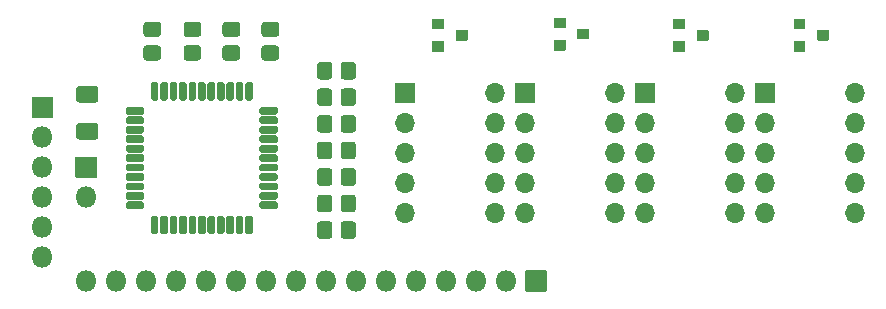
<source format=gbr>
%TF.GenerationSoftware,KiCad,Pcbnew,5.1.9-73d0e3b20d~88~ubuntu20.04.1*%
%TF.CreationDate,2021-03-07T16:47:50-05:00*%
%TF.ProjectId,hexdisplay16,68657864-6973-4706-9c61-7931362e6b69,rev?*%
%TF.SameCoordinates,Original*%
%TF.FileFunction,Soldermask,Top*%
%TF.FilePolarity,Negative*%
%FSLAX46Y46*%
G04 Gerber Fmt 4.6, Leading zero omitted, Abs format (unit mm)*
G04 Created by KiCad (PCBNEW 5.1.9-73d0e3b20d~88~ubuntu20.04.1) date 2021-03-07 16:47:50*
%MOMM*%
%LPD*%
G01*
G04 APERTURE LIST*
%ADD10O,1.701600X1.701600*%
%ADD11O,1.801600X1.801600*%
G04 APERTURE END LIST*
D10*
%TO.C,J2*%
X136840000Y-124100000D03*
X129220000Y-134260000D03*
X136840000Y-126640000D03*
X129220000Y-131720000D03*
X136840000Y-129180000D03*
X129220000Y-129180000D03*
X136840000Y-131720000D03*
X129220000Y-126640000D03*
X136840000Y-134260000D03*
G36*
G01*
X128369200Y-124900000D02*
X128369200Y-123300000D01*
G75*
G02*
X128420000Y-123249200I50800J0D01*
G01*
X130020000Y-123249200D01*
G75*
G02*
X130070800Y-123300000I0J-50800D01*
G01*
X130070800Y-124900000D01*
G75*
G02*
X130020000Y-124950800I-50800J0D01*
G01*
X128420000Y-124950800D01*
G75*
G02*
X128369200Y-124900000I0J50800D01*
G01*
G37*
%TD*%
%TO.C,J6*%
G36*
G01*
X119150000Y-139099200D02*
X120850000Y-139099200D01*
G75*
G02*
X120900800Y-139150000I0J-50800D01*
G01*
X120900800Y-140850000D01*
G75*
G02*
X120850000Y-140900800I-50800J0D01*
G01*
X119150000Y-140900800D01*
G75*
G02*
X119099200Y-140850000I0J50800D01*
G01*
X119099200Y-139150000D01*
G75*
G02*
X119150000Y-139099200I50800J0D01*
G01*
G37*
D11*
X117460000Y-140000000D03*
X114920000Y-140000000D03*
X112380000Y-140000000D03*
X109840000Y-140000000D03*
X107300000Y-140000000D03*
X104760000Y-140000000D03*
X102220000Y-140000000D03*
X99680000Y-140000000D03*
X97140000Y-140000000D03*
X94600000Y-140000000D03*
X92060000Y-140000000D03*
X89520000Y-140000000D03*
X86980000Y-140000000D03*
X84440000Y-140000000D03*
X81900000Y-140000000D03*
%TD*%
%TO.C,C1*%
G36*
G01*
X82681632Y-128038300D02*
X81318368Y-128038300D01*
G75*
G02*
X81049200Y-127769132I0J269168D01*
G01*
X81049200Y-126880868D01*
G75*
G02*
X81318368Y-126611700I269168J0D01*
G01*
X82681632Y-126611700D01*
G75*
G02*
X82950800Y-126880868I0J-269168D01*
G01*
X82950800Y-127769132D01*
G75*
G02*
X82681632Y-128038300I-269168J0D01*
G01*
G37*
G36*
G01*
X82681632Y-124913300D02*
X81318368Y-124913300D01*
G75*
G02*
X81049200Y-124644132I0J269168D01*
G01*
X81049200Y-123755868D01*
G75*
G02*
X81318368Y-123486700I269168J0D01*
G01*
X82681632Y-123486700D01*
G75*
G02*
X82950800Y-123755868I0J-269168D01*
G01*
X82950800Y-124644132D01*
G75*
G02*
X82681632Y-124913300I-269168J0D01*
G01*
G37*
%TD*%
%TO.C,J1*%
G36*
G01*
X138529200Y-124900000D02*
X138529200Y-123300000D01*
G75*
G02*
X138580000Y-123249200I50800J0D01*
G01*
X140180000Y-123249200D01*
G75*
G02*
X140230800Y-123300000I0J-50800D01*
G01*
X140230800Y-124900000D01*
G75*
G02*
X140180000Y-124950800I-50800J0D01*
G01*
X138580000Y-124950800D01*
G75*
G02*
X138529200Y-124900000I0J50800D01*
G01*
G37*
D10*
X147000000Y-134260000D03*
X139380000Y-126640000D03*
X147000000Y-131720000D03*
X139380000Y-129180000D03*
X147000000Y-129180000D03*
X139380000Y-131720000D03*
X147000000Y-126640000D03*
X139380000Y-134260000D03*
X147000000Y-124100000D03*
%TD*%
%TO.C,J3*%
G36*
G01*
X118209200Y-124900000D02*
X118209200Y-123300000D01*
G75*
G02*
X118260000Y-123249200I50800J0D01*
G01*
X119860000Y-123249200D01*
G75*
G02*
X119910800Y-123300000I0J-50800D01*
G01*
X119910800Y-124900000D01*
G75*
G02*
X119860000Y-124950800I-50800J0D01*
G01*
X118260000Y-124950800D01*
G75*
G02*
X118209200Y-124900000I0J50800D01*
G01*
G37*
X126680000Y-134260000D03*
X119060000Y-126640000D03*
X126680000Y-131720000D03*
X119060000Y-129180000D03*
X126680000Y-129180000D03*
X119060000Y-131720000D03*
X126680000Y-126640000D03*
X119060000Y-134260000D03*
X126680000Y-124100000D03*
%TD*%
%TO.C,J4*%
X116520000Y-124100000D03*
X108900000Y-134260000D03*
X116520000Y-126640000D03*
X108900000Y-131720000D03*
X116520000Y-129180000D03*
X108900000Y-129180000D03*
X116520000Y-131720000D03*
X108900000Y-126640000D03*
X116520000Y-134260000D03*
G36*
G01*
X108049200Y-124900000D02*
X108049200Y-123300000D01*
G75*
G02*
X108100000Y-123249200I50800J0D01*
G01*
X109700000Y-123249200D01*
G75*
G02*
X109750800Y-123300000I0J-50800D01*
G01*
X109750800Y-124900000D01*
G75*
G02*
X109700000Y-124950800I-50800J0D01*
G01*
X108100000Y-124950800D01*
G75*
G02*
X108049200Y-124900000I0J50800D01*
G01*
G37*
%TD*%
%TO.C,J5*%
G36*
G01*
X80999200Y-131230000D02*
X80999200Y-129530000D01*
G75*
G02*
X81050000Y-129479200I50800J0D01*
G01*
X82750000Y-129479200D01*
G75*
G02*
X82800800Y-129530000I0J-50800D01*
G01*
X82800800Y-131230000D01*
G75*
G02*
X82750000Y-131280800I-50800J0D01*
G01*
X81050000Y-131280800D01*
G75*
G02*
X80999200Y-131230000I0J50800D01*
G01*
G37*
D11*
X81900000Y-132920000D03*
%TD*%
%TO.C,J7*%
G36*
G01*
X77299200Y-126150000D02*
X77299200Y-124450000D01*
G75*
G02*
X77350000Y-124399200I50800J0D01*
G01*
X79050000Y-124399200D01*
G75*
G02*
X79100800Y-124450000I0J-50800D01*
G01*
X79100800Y-126150000D01*
G75*
G02*
X79050000Y-126200800I-50800J0D01*
G01*
X77350000Y-126200800D01*
G75*
G02*
X77299200Y-126150000I0J50800D01*
G01*
G37*
X78200000Y-127840000D03*
X78200000Y-130380000D03*
X78200000Y-132920000D03*
X78200000Y-135460000D03*
X78200000Y-138000000D03*
%TD*%
%TO.C,Q1*%
G36*
G01*
X113199200Y-119600000D02*
X113199200Y-118800000D01*
G75*
G02*
X113250000Y-118749200I50800J0D01*
G01*
X114150000Y-118749200D01*
G75*
G02*
X114200800Y-118800000I0J-50800D01*
G01*
X114200800Y-119600000D01*
G75*
G02*
X114150000Y-119650800I-50800J0D01*
G01*
X113250000Y-119650800D01*
G75*
G02*
X113199200Y-119600000I0J50800D01*
G01*
G37*
G36*
G01*
X111199200Y-120550000D02*
X111199200Y-119750000D01*
G75*
G02*
X111250000Y-119699200I50800J0D01*
G01*
X112150000Y-119699200D01*
G75*
G02*
X112200800Y-119750000I0J-50800D01*
G01*
X112200800Y-120550000D01*
G75*
G02*
X112150000Y-120600800I-50800J0D01*
G01*
X111250000Y-120600800D01*
G75*
G02*
X111199200Y-120550000I0J50800D01*
G01*
G37*
G36*
G01*
X111199200Y-118650000D02*
X111199200Y-117850000D01*
G75*
G02*
X111250000Y-117799200I50800J0D01*
G01*
X112150000Y-117799200D01*
G75*
G02*
X112200800Y-117850000I0J-50800D01*
G01*
X112200800Y-118650000D01*
G75*
G02*
X112150000Y-118700800I-50800J0D01*
G01*
X111250000Y-118700800D01*
G75*
G02*
X111199200Y-118650000I0J50800D01*
G01*
G37*
%TD*%
%TO.C,Q2*%
G36*
G01*
X121499200Y-118550000D02*
X121499200Y-117750000D01*
G75*
G02*
X121550000Y-117699200I50800J0D01*
G01*
X122450000Y-117699200D01*
G75*
G02*
X122500800Y-117750000I0J-50800D01*
G01*
X122500800Y-118550000D01*
G75*
G02*
X122450000Y-118600800I-50800J0D01*
G01*
X121550000Y-118600800D01*
G75*
G02*
X121499200Y-118550000I0J50800D01*
G01*
G37*
G36*
G01*
X121499200Y-120450000D02*
X121499200Y-119650000D01*
G75*
G02*
X121550000Y-119599200I50800J0D01*
G01*
X122450000Y-119599200D01*
G75*
G02*
X122500800Y-119650000I0J-50800D01*
G01*
X122500800Y-120450000D01*
G75*
G02*
X122450000Y-120500800I-50800J0D01*
G01*
X121550000Y-120500800D01*
G75*
G02*
X121499200Y-120450000I0J50800D01*
G01*
G37*
G36*
G01*
X123499200Y-119500000D02*
X123499200Y-118700000D01*
G75*
G02*
X123550000Y-118649200I50800J0D01*
G01*
X124450000Y-118649200D01*
G75*
G02*
X124500800Y-118700000I0J-50800D01*
G01*
X124500800Y-119500000D01*
G75*
G02*
X124450000Y-119550800I-50800J0D01*
G01*
X123550000Y-119550800D01*
G75*
G02*
X123499200Y-119500000I0J50800D01*
G01*
G37*
%TD*%
%TO.C,Q3*%
G36*
G01*
X131599200Y-118650000D02*
X131599200Y-117850000D01*
G75*
G02*
X131650000Y-117799200I50800J0D01*
G01*
X132550000Y-117799200D01*
G75*
G02*
X132600800Y-117850000I0J-50800D01*
G01*
X132600800Y-118650000D01*
G75*
G02*
X132550000Y-118700800I-50800J0D01*
G01*
X131650000Y-118700800D01*
G75*
G02*
X131599200Y-118650000I0J50800D01*
G01*
G37*
G36*
G01*
X131599200Y-120550000D02*
X131599200Y-119750000D01*
G75*
G02*
X131650000Y-119699200I50800J0D01*
G01*
X132550000Y-119699200D01*
G75*
G02*
X132600800Y-119750000I0J-50800D01*
G01*
X132600800Y-120550000D01*
G75*
G02*
X132550000Y-120600800I-50800J0D01*
G01*
X131650000Y-120600800D01*
G75*
G02*
X131599200Y-120550000I0J50800D01*
G01*
G37*
G36*
G01*
X133599200Y-119600000D02*
X133599200Y-118800000D01*
G75*
G02*
X133650000Y-118749200I50800J0D01*
G01*
X134550000Y-118749200D01*
G75*
G02*
X134600800Y-118800000I0J-50800D01*
G01*
X134600800Y-119600000D01*
G75*
G02*
X134550000Y-119650800I-50800J0D01*
G01*
X133650000Y-119650800D01*
G75*
G02*
X133599200Y-119600000I0J50800D01*
G01*
G37*
%TD*%
%TO.C,Q4*%
G36*
G01*
X143799200Y-119600000D02*
X143799200Y-118800000D01*
G75*
G02*
X143850000Y-118749200I50800J0D01*
G01*
X144750000Y-118749200D01*
G75*
G02*
X144800800Y-118800000I0J-50800D01*
G01*
X144800800Y-119600000D01*
G75*
G02*
X144750000Y-119650800I-50800J0D01*
G01*
X143850000Y-119650800D01*
G75*
G02*
X143799200Y-119600000I0J50800D01*
G01*
G37*
G36*
G01*
X141799200Y-120550000D02*
X141799200Y-119750000D01*
G75*
G02*
X141850000Y-119699200I50800J0D01*
G01*
X142750000Y-119699200D01*
G75*
G02*
X142800800Y-119750000I0J-50800D01*
G01*
X142800800Y-120550000D01*
G75*
G02*
X142750000Y-120600800I-50800J0D01*
G01*
X141850000Y-120600800D01*
G75*
G02*
X141799200Y-120550000I0J50800D01*
G01*
G37*
G36*
G01*
X141799200Y-118650000D02*
X141799200Y-117850000D01*
G75*
G02*
X141850000Y-117799200I50800J0D01*
G01*
X142750000Y-117799200D01*
G75*
G02*
X142800800Y-117850000I0J-50800D01*
G01*
X142800800Y-118650000D01*
G75*
G02*
X142750000Y-118700800I-50800J0D01*
G01*
X141850000Y-118700800D01*
G75*
G02*
X141799200Y-118650000I0J50800D01*
G01*
G37*
%TD*%
%TO.C,R1*%
G36*
G01*
X101449200Y-122679635D02*
X101449200Y-121720365D01*
G75*
G02*
X101720365Y-121449200I271165J0D01*
G01*
X102479635Y-121449200D01*
G75*
G02*
X102750800Y-121720365I0J-271165D01*
G01*
X102750800Y-122679635D01*
G75*
G02*
X102479635Y-122950800I-271165J0D01*
G01*
X101720365Y-122950800D01*
G75*
G02*
X101449200Y-122679635I0J271165D01*
G01*
G37*
G36*
G01*
X103449200Y-122679635D02*
X103449200Y-121720365D01*
G75*
G02*
X103720365Y-121449200I271165J0D01*
G01*
X104479635Y-121449200D01*
G75*
G02*
X104750800Y-121720365I0J-271165D01*
G01*
X104750800Y-122679635D01*
G75*
G02*
X104479635Y-122950800I-271165J0D01*
G01*
X103720365Y-122950800D01*
G75*
G02*
X103449200Y-122679635I0J271165D01*
G01*
G37*
%TD*%
%TO.C,R2*%
G36*
G01*
X103449200Y-124929635D02*
X103449200Y-123970365D01*
G75*
G02*
X103720365Y-123699200I271165J0D01*
G01*
X104479635Y-123699200D01*
G75*
G02*
X104750800Y-123970365I0J-271165D01*
G01*
X104750800Y-124929635D01*
G75*
G02*
X104479635Y-125200800I-271165J0D01*
G01*
X103720365Y-125200800D01*
G75*
G02*
X103449200Y-124929635I0J271165D01*
G01*
G37*
G36*
G01*
X101449200Y-124929635D02*
X101449200Y-123970365D01*
G75*
G02*
X101720365Y-123699200I271165J0D01*
G01*
X102479635Y-123699200D01*
G75*
G02*
X102750800Y-123970365I0J-271165D01*
G01*
X102750800Y-124929635D01*
G75*
G02*
X102479635Y-125200800I-271165J0D01*
G01*
X101720365Y-125200800D01*
G75*
G02*
X101449200Y-124929635I0J271165D01*
G01*
G37*
%TD*%
%TO.C,R3*%
G36*
G01*
X101449200Y-127179635D02*
X101449200Y-126220365D01*
G75*
G02*
X101720365Y-125949200I271165J0D01*
G01*
X102479635Y-125949200D01*
G75*
G02*
X102750800Y-126220365I0J-271165D01*
G01*
X102750800Y-127179635D01*
G75*
G02*
X102479635Y-127450800I-271165J0D01*
G01*
X101720365Y-127450800D01*
G75*
G02*
X101449200Y-127179635I0J271165D01*
G01*
G37*
G36*
G01*
X103449200Y-127179635D02*
X103449200Y-126220365D01*
G75*
G02*
X103720365Y-125949200I271165J0D01*
G01*
X104479635Y-125949200D01*
G75*
G02*
X104750800Y-126220365I0J-271165D01*
G01*
X104750800Y-127179635D01*
G75*
G02*
X104479635Y-127450800I-271165J0D01*
G01*
X103720365Y-127450800D01*
G75*
G02*
X103449200Y-127179635I0J271165D01*
G01*
G37*
%TD*%
%TO.C,R4*%
G36*
G01*
X103449200Y-129429635D02*
X103449200Y-128470365D01*
G75*
G02*
X103720365Y-128199200I271165J0D01*
G01*
X104479635Y-128199200D01*
G75*
G02*
X104750800Y-128470365I0J-271165D01*
G01*
X104750800Y-129429635D01*
G75*
G02*
X104479635Y-129700800I-271165J0D01*
G01*
X103720365Y-129700800D01*
G75*
G02*
X103449200Y-129429635I0J271165D01*
G01*
G37*
G36*
G01*
X101449200Y-129429635D02*
X101449200Y-128470365D01*
G75*
G02*
X101720365Y-128199200I271165J0D01*
G01*
X102479635Y-128199200D01*
G75*
G02*
X102750800Y-128470365I0J-271165D01*
G01*
X102750800Y-129429635D01*
G75*
G02*
X102479635Y-129700800I-271165J0D01*
G01*
X101720365Y-129700800D01*
G75*
G02*
X101449200Y-129429635I0J271165D01*
G01*
G37*
%TD*%
%TO.C,R5*%
G36*
G01*
X101449200Y-131679635D02*
X101449200Y-130720365D01*
G75*
G02*
X101720365Y-130449200I271165J0D01*
G01*
X102479635Y-130449200D01*
G75*
G02*
X102750800Y-130720365I0J-271165D01*
G01*
X102750800Y-131679635D01*
G75*
G02*
X102479635Y-131950800I-271165J0D01*
G01*
X101720365Y-131950800D01*
G75*
G02*
X101449200Y-131679635I0J271165D01*
G01*
G37*
G36*
G01*
X103449200Y-131679635D02*
X103449200Y-130720365D01*
G75*
G02*
X103720365Y-130449200I271165J0D01*
G01*
X104479635Y-130449200D01*
G75*
G02*
X104750800Y-130720365I0J-271165D01*
G01*
X104750800Y-131679635D01*
G75*
G02*
X104479635Y-131950800I-271165J0D01*
G01*
X103720365Y-131950800D01*
G75*
G02*
X103449200Y-131679635I0J271165D01*
G01*
G37*
%TD*%
%TO.C,R6*%
G36*
G01*
X103449200Y-133929635D02*
X103449200Y-132970365D01*
G75*
G02*
X103720365Y-132699200I271165J0D01*
G01*
X104479635Y-132699200D01*
G75*
G02*
X104750800Y-132970365I0J-271165D01*
G01*
X104750800Y-133929635D01*
G75*
G02*
X104479635Y-134200800I-271165J0D01*
G01*
X103720365Y-134200800D01*
G75*
G02*
X103449200Y-133929635I0J271165D01*
G01*
G37*
G36*
G01*
X101449200Y-133929635D02*
X101449200Y-132970365D01*
G75*
G02*
X101720365Y-132699200I271165J0D01*
G01*
X102479635Y-132699200D01*
G75*
G02*
X102750800Y-132970365I0J-271165D01*
G01*
X102750800Y-133929635D01*
G75*
G02*
X102479635Y-134200800I-271165J0D01*
G01*
X101720365Y-134200800D01*
G75*
G02*
X101449200Y-133929635I0J271165D01*
G01*
G37*
%TD*%
%TO.C,R7*%
G36*
G01*
X101449200Y-136179635D02*
X101449200Y-135220365D01*
G75*
G02*
X101720365Y-134949200I271165J0D01*
G01*
X102479635Y-134949200D01*
G75*
G02*
X102750800Y-135220365I0J-271165D01*
G01*
X102750800Y-136179635D01*
G75*
G02*
X102479635Y-136450800I-271165J0D01*
G01*
X101720365Y-136450800D01*
G75*
G02*
X101449200Y-136179635I0J271165D01*
G01*
G37*
G36*
G01*
X103449200Y-136179635D02*
X103449200Y-135220365D01*
G75*
G02*
X103720365Y-134949200I271165J0D01*
G01*
X104479635Y-134949200D01*
G75*
G02*
X104750800Y-135220365I0J-271165D01*
G01*
X104750800Y-136179635D01*
G75*
G02*
X104479635Y-136450800I-271165J0D01*
G01*
X103720365Y-136450800D01*
G75*
G02*
X103449200Y-136179635I0J271165D01*
G01*
G37*
%TD*%
%TO.C,R8*%
G36*
G01*
X97020365Y-118049200D02*
X97979635Y-118049200D01*
G75*
G02*
X98250800Y-118320365I0J-271165D01*
G01*
X98250800Y-119079635D01*
G75*
G02*
X97979635Y-119350800I-271165J0D01*
G01*
X97020365Y-119350800D01*
G75*
G02*
X96749200Y-119079635I0J271165D01*
G01*
X96749200Y-118320365D01*
G75*
G02*
X97020365Y-118049200I271165J0D01*
G01*
G37*
G36*
G01*
X97020365Y-120049200D02*
X97979635Y-120049200D01*
G75*
G02*
X98250800Y-120320365I0J-271165D01*
G01*
X98250800Y-121079635D01*
G75*
G02*
X97979635Y-121350800I-271165J0D01*
G01*
X97020365Y-121350800D01*
G75*
G02*
X96749200Y-121079635I0J271165D01*
G01*
X96749200Y-120320365D01*
G75*
G02*
X97020365Y-120049200I271165J0D01*
G01*
G37*
%TD*%
%TO.C,R9*%
G36*
G01*
X93720365Y-120049200D02*
X94679635Y-120049200D01*
G75*
G02*
X94950800Y-120320365I0J-271165D01*
G01*
X94950800Y-121079635D01*
G75*
G02*
X94679635Y-121350800I-271165J0D01*
G01*
X93720365Y-121350800D01*
G75*
G02*
X93449200Y-121079635I0J271165D01*
G01*
X93449200Y-120320365D01*
G75*
G02*
X93720365Y-120049200I271165J0D01*
G01*
G37*
G36*
G01*
X93720365Y-118049200D02*
X94679635Y-118049200D01*
G75*
G02*
X94950800Y-118320365I0J-271165D01*
G01*
X94950800Y-119079635D01*
G75*
G02*
X94679635Y-119350800I-271165J0D01*
G01*
X93720365Y-119350800D01*
G75*
G02*
X93449200Y-119079635I0J271165D01*
G01*
X93449200Y-118320365D01*
G75*
G02*
X93720365Y-118049200I271165J0D01*
G01*
G37*
%TD*%
%TO.C,R10*%
G36*
G01*
X90420365Y-118049200D02*
X91379635Y-118049200D01*
G75*
G02*
X91650800Y-118320365I0J-271165D01*
G01*
X91650800Y-119079635D01*
G75*
G02*
X91379635Y-119350800I-271165J0D01*
G01*
X90420365Y-119350800D01*
G75*
G02*
X90149200Y-119079635I0J271165D01*
G01*
X90149200Y-118320365D01*
G75*
G02*
X90420365Y-118049200I271165J0D01*
G01*
G37*
G36*
G01*
X90420365Y-120049200D02*
X91379635Y-120049200D01*
G75*
G02*
X91650800Y-120320365I0J-271165D01*
G01*
X91650800Y-121079635D01*
G75*
G02*
X91379635Y-121350800I-271165J0D01*
G01*
X90420365Y-121350800D01*
G75*
G02*
X90149200Y-121079635I0J271165D01*
G01*
X90149200Y-120320365D01*
G75*
G02*
X90420365Y-120049200I271165J0D01*
G01*
G37*
%TD*%
%TO.C,R11*%
G36*
G01*
X87020365Y-120049200D02*
X87979635Y-120049200D01*
G75*
G02*
X88250800Y-120320365I0J-271165D01*
G01*
X88250800Y-121079635D01*
G75*
G02*
X87979635Y-121350800I-271165J0D01*
G01*
X87020365Y-121350800D01*
G75*
G02*
X86749200Y-121079635I0J271165D01*
G01*
X86749200Y-120320365D01*
G75*
G02*
X87020365Y-120049200I271165J0D01*
G01*
G37*
G36*
G01*
X87020365Y-118049200D02*
X87979635Y-118049200D01*
G75*
G02*
X88250800Y-118320365I0J-271165D01*
G01*
X88250800Y-119079635D01*
G75*
G02*
X87979635Y-119350800I-271165J0D01*
G01*
X87020365Y-119350800D01*
G75*
G02*
X86749200Y-119079635I0J271165D01*
G01*
X86749200Y-118320365D01*
G75*
G02*
X87020365Y-118049200I271165J0D01*
G01*
G37*
%TD*%
%TO.C,U1*%
G36*
G01*
X85249200Y-125762900D02*
X85249200Y-125437100D01*
G75*
G02*
X85412100Y-125274200I162900J0D01*
G01*
X86662900Y-125274200D01*
G75*
G02*
X86825800Y-125437100I0J-162900D01*
G01*
X86825800Y-125762900D01*
G75*
G02*
X86662900Y-125925800I-162900J0D01*
G01*
X85412100Y-125925800D01*
G75*
G02*
X85249200Y-125762900I0J162900D01*
G01*
G37*
G36*
G01*
X85249200Y-126562900D02*
X85249200Y-126237100D01*
G75*
G02*
X85412100Y-126074200I162900J0D01*
G01*
X86662900Y-126074200D01*
G75*
G02*
X86825800Y-126237100I0J-162900D01*
G01*
X86825800Y-126562900D01*
G75*
G02*
X86662900Y-126725800I-162900J0D01*
G01*
X85412100Y-126725800D01*
G75*
G02*
X85249200Y-126562900I0J162900D01*
G01*
G37*
G36*
G01*
X85249200Y-127362900D02*
X85249200Y-127037100D01*
G75*
G02*
X85412100Y-126874200I162900J0D01*
G01*
X86662900Y-126874200D01*
G75*
G02*
X86825800Y-127037100I0J-162900D01*
G01*
X86825800Y-127362900D01*
G75*
G02*
X86662900Y-127525800I-162900J0D01*
G01*
X85412100Y-127525800D01*
G75*
G02*
X85249200Y-127362900I0J162900D01*
G01*
G37*
G36*
G01*
X85249200Y-128162900D02*
X85249200Y-127837100D01*
G75*
G02*
X85412100Y-127674200I162900J0D01*
G01*
X86662900Y-127674200D01*
G75*
G02*
X86825800Y-127837100I0J-162900D01*
G01*
X86825800Y-128162900D01*
G75*
G02*
X86662900Y-128325800I-162900J0D01*
G01*
X85412100Y-128325800D01*
G75*
G02*
X85249200Y-128162900I0J162900D01*
G01*
G37*
G36*
G01*
X85249200Y-128962900D02*
X85249200Y-128637100D01*
G75*
G02*
X85412100Y-128474200I162900J0D01*
G01*
X86662900Y-128474200D01*
G75*
G02*
X86825800Y-128637100I0J-162900D01*
G01*
X86825800Y-128962900D01*
G75*
G02*
X86662900Y-129125800I-162900J0D01*
G01*
X85412100Y-129125800D01*
G75*
G02*
X85249200Y-128962900I0J162900D01*
G01*
G37*
G36*
G01*
X85249200Y-129762900D02*
X85249200Y-129437100D01*
G75*
G02*
X85412100Y-129274200I162900J0D01*
G01*
X86662900Y-129274200D01*
G75*
G02*
X86825800Y-129437100I0J-162900D01*
G01*
X86825800Y-129762900D01*
G75*
G02*
X86662900Y-129925800I-162900J0D01*
G01*
X85412100Y-129925800D01*
G75*
G02*
X85249200Y-129762900I0J162900D01*
G01*
G37*
G36*
G01*
X85249200Y-130562900D02*
X85249200Y-130237100D01*
G75*
G02*
X85412100Y-130074200I162900J0D01*
G01*
X86662900Y-130074200D01*
G75*
G02*
X86825800Y-130237100I0J-162900D01*
G01*
X86825800Y-130562900D01*
G75*
G02*
X86662900Y-130725800I-162900J0D01*
G01*
X85412100Y-130725800D01*
G75*
G02*
X85249200Y-130562900I0J162900D01*
G01*
G37*
G36*
G01*
X85249200Y-131362900D02*
X85249200Y-131037100D01*
G75*
G02*
X85412100Y-130874200I162900J0D01*
G01*
X86662900Y-130874200D01*
G75*
G02*
X86825800Y-131037100I0J-162900D01*
G01*
X86825800Y-131362900D01*
G75*
G02*
X86662900Y-131525800I-162900J0D01*
G01*
X85412100Y-131525800D01*
G75*
G02*
X85249200Y-131362900I0J162900D01*
G01*
G37*
G36*
G01*
X85249200Y-132162900D02*
X85249200Y-131837100D01*
G75*
G02*
X85412100Y-131674200I162900J0D01*
G01*
X86662900Y-131674200D01*
G75*
G02*
X86825800Y-131837100I0J-162900D01*
G01*
X86825800Y-132162900D01*
G75*
G02*
X86662900Y-132325800I-162900J0D01*
G01*
X85412100Y-132325800D01*
G75*
G02*
X85249200Y-132162900I0J162900D01*
G01*
G37*
G36*
G01*
X85249200Y-132962900D02*
X85249200Y-132637100D01*
G75*
G02*
X85412100Y-132474200I162900J0D01*
G01*
X86662900Y-132474200D01*
G75*
G02*
X86825800Y-132637100I0J-162900D01*
G01*
X86825800Y-132962900D01*
G75*
G02*
X86662900Y-133125800I-162900J0D01*
G01*
X85412100Y-133125800D01*
G75*
G02*
X85249200Y-132962900I0J162900D01*
G01*
G37*
G36*
G01*
X85249200Y-133762900D02*
X85249200Y-133437100D01*
G75*
G02*
X85412100Y-133274200I162900J0D01*
G01*
X86662900Y-133274200D01*
G75*
G02*
X86825800Y-133437100I0J-162900D01*
G01*
X86825800Y-133762900D01*
G75*
G02*
X86662900Y-133925800I-162900J0D01*
G01*
X85412100Y-133925800D01*
G75*
G02*
X85249200Y-133762900I0J162900D01*
G01*
G37*
G36*
G01*
X87374200Y-135887900D02*
X87374200Y-134637100D01*
G75*
G02*
X87537100Y-134474200I162900J0D01*
G01*
X87862900Y-134474200D01*
G75*
G02*
X88025800Y-134637100I0J-162900D01*
G01*
X88025800Y-135887900D01*
G75*
G02*
X87862900Y-136050800I-162900J0D01*
G01*
X87537100Y-136050800D01*
G75*
G02*
X87374200Y-135887900I0J162900D01*
G01*
G37*
G36*
G01*
X88174200Y-135887900D02*
X88174200Y-134637100D01*
G75*
G02*
X88337100Y-134474200I162900J0D01*
G01*
X88662900Y-134474200D01*
G75*
G02*
X88825800Y-134637100I0J-162900D01*
G01*
X88825800Y-135887900D01*
G75*
G02*
X88662900Y-136050800I-162900J0D01*
G01*
X88337100Y-136050800D01*
G75*
G02*
X88174200Y-135887900I0J162900D01*
G01*
G37*
G36*
G01*
X88974200Y-135887900D02*
X88974200Y-134637100D01*
G75*
G02*
X89137100Y-134474200I162900J0D01*
G01*
X89462900Y-134474200D01*
G75*
G02*
X89625800Y-134637100I0J-162900D01*
G01*
X89625800Y-135887900D01*
G75*
G02*
X89462900Y-136050800I-162900J0D01*
G01*
X89137100Y-136050800D01*
G75*
G02*
X88974200Y-135887900I0J162900D01*
G01*
G37*
G36*
G01*
X89774200Y-135887900D02*
X89774200Y-134637100D01*
G75*
G02*
X89937100Y-134474200I162900J0D01*
G01*
X90262900Y-134474200D01*
G75*
G02*
X90425800Y-134637100I0J-162900D01*
G01*
X90425800Y-135887900D01*
G75*
G02*
X90262900Y-136050800I-162900J0D01*
G01*
X89937100Y-136050800D01*
G75*
G02*
X89774200Y-135887900I0J162900D01*
G01*
G37*
G36*
G01*
X90574200Y-135887900D02*
X90574200Y-134637100D01*
G75*
G02*
X90737100Y-134474200I162900J0D01*
G01*
X91062900Y-134474200D01*
G75*
G02*
X91225800Y-134637100I0J-162900D01*
G01*
X91225800Y-135887900D01*
G75*
G02*
X91062900Y-136050800I-162900J0D01*
G01*
X90737100Y-136050800D01*
G75*
G02*
X90574200Y-135887900I0J162900D01*
G01*
G37*
G36*
G01*
X91374200Y-135887900D02*
X91374200Y-134637100D01*
G75*
G02*
X91537100Y-134474200I162900J0D01*
G01*
X91862900Y-134474200D01*
G75*
G02*
X92025800Y-134637100I0J-162900D01*
G01*
X92025800Y-135887900D01*
G75*
G02*
X91862900Y-136050800I-162900J0D01*
G01*
X91537100Y-136050800D01*
G75*
G02*
X91374200Y-135887900I0J162900D01*
G01*
G37*
G36*
G01*
X92174200Y-135887900D02*
X92174200Y-134637100D01*
G75*
G02*
X92337100Y-134474200I162900J0D01*
G01*
X92662900Y-134474200D01*
G75*
G02*
X92825800Y-134637100I0J-162900D01*
G01*
X92825800Y-135887900D01*
G75*
G02*
X92662900Y-136050800I-162900J0D01*
G01*
X92337100Y-136050800D01*
G75*
G02*
X92174200Y-135887900I0J162900D01*
G01*
G37*
G36*
G01*
X92974200Y-135887900D02*
X92974200Y-134637100D01*
G75*
G02*
X93137100Y-134474200I162900J0D01*
G01*
X93462900Y-134474200D01*
G75*
G02*
X93625800Y-134637100I0J-162900D01*
G01*
X93625800Y-135887900D01*
G75*
G02*
X93462900Y-136050800I-162900J0D01*
G01*
X93137100Y-136050800D01*
G75*
G02*
X92974200Y-135887900I0J162900D01*
G01*
G37*
G36*
G01*
X93774200Y-135887900D02*
X93774200Y-134637100D01*
G75*
G02*
X93937100Y-134474200I162900J0D01*
G01*
X94262900Y-134474200D01*
G75*
G02*
X94425800Y-134637100I0J-162900D01*
G01*
X94425800Y-135887900D01*
G75*
G02*
X94262900Y-136050800I-162900J0D01*
G01*
X93937100Y-136050800D01*
G75*
G02*
X93774200Y-135887900I0J162900D01*
G01*
G37*
G36*
G01*
X94574200Y-135887900D02*
X94574200Y-134637100D01*
G75*
G02*
X94737100Y-134474200I162900J0D01*
G01*
X95062900Y-134474200D01*
G75*
G02*
X95225800Y-134637100I0J-162900D01*
G01*
X95225800Y-135887900D01*
G75*
G02*
X95062900Y-136050800I-162900J0D01*
G01*
X94737100Y-136050800D01*
G75*
G02*
X94574200Y-135887900I0J162900D01*
G01*
G37*
G36*
G01*
X95374200Y-135887900D02*
X95374200Y-134637100D01*
G75*
G02*
X95537100Y-134474200I162900J0D01*
G01*
X95862900Y-134474200D01*
G75*
G02*
X96025800Y-134637100I0J-162900D01*
G01*
X96025800Y-135887900D01*
G75*
G02*
X95862900Y-136050800I-162900J0D01*
G01*
X95537100Y-136050800D01*
G75*
G02*
X95374200Y-135887900I0J162900D01*
G01*
G37*
G36*
G01*
X96574200Y-133762900D02*
X96574200Y-133437100D01*
G75*
G02*
X96737100Y-133274200I162900J0D01*
G01*
X97987900Y-133274200D01*
G75*
G02*
X98150800Y-133437100I0J-162900D01*
G01*
X98150800Y-133762900D01*
G75*
G02*
X97987900Y-133925800I-162900J0D01*
G01*
X96737100Y-133925800D01*
G75*
G02*
X96574200Y-133762900I0J162900D01*
G01*
G37*
G36*
G01*
X96574200Y-132962900D02*
X96574200Y-132637100D01*
G75*
G02*
X96737100Y-132474200I162900J0D01*
G01*
X97987900Y-132474200D01*
G75*
G02*
X98150800Y-132637100I0J-162900D01*
G01*
X98150800Y-132962900D01*
G75*
G02*
X97987900Y-133125800I-162900J0D01*
G01*
X96737100Y-133125800D01*
G75*
G02*
X96574200Y-132962900I0J162900D01*
G01*
G37*
G36*
G01*
X96574200Y-132162900D02*
X96574200Y-131837100D01*
G75*
G02*
X96737100Y-131674200I162900J0D01*
G01*
X97987900Y-131674200D01*
G75*
G02*
X98150800Y-131837100I0J-162900D01*
G01*
X98150800Y-132162900D01*
G75*
G02*
X97987900Y-132325800I-162900J0D01*
G01*
X96737100Y-132325800D01*
G75*
G02*
X96574200Y-132162900I0J162900D01*
G01*
G37*
G36*
G01*
X96574200Y-131362900D02*
X96574200Y-131037100D01*
G75*
G02*
X96737100Y-130874200I162900J0D01*
G01*
X97987900Y-130874200D01*
G75*
G02*
X98150800Y-131037100I0J-162900D01*
G01*
X98150800Y-131362900D01*
G75*
G02*
X97987900Y-131525800I-162900J0D01*
G01*
X96737100Y-131525800D01*
G75*
G02*
X96574200Y-131362900I0J162900D01*
G01*
G37*
G36*
G01*
X96574200Y-130562900D02*
X96574200Y-130237100D01*
G75*
G02*
X96737100Y-130074200I162900J0D01*
G01*
X97987900Y-130074200D01*
G75*
G02*
X98150800Y-130237100I0J-162900D01*
G01*
X98150800Y-130562900D01*
G75*
G02*
X97987900Y-130725800I-162900J0D01*
G01*
X96737100Y-130725800D01*
G75*
G02*
X96574200Y-130562900I0J162900D01*
G01*
G37*
G36*
G01*
X96574200Y-129762900D02*
X96574200Y-129437100D01*
G75*
G02*
X96737100Y-129274200I162900J0D01*
G01*
X97987900Y-129274200D01*
G75*
G02*
X98150800Y-129437100I0J-162900D01*
G01*
X98150800Y-129762900D01*
G75*
G02*
X97987900Y-129925800I-162900J0D01*
G01*
X96737100Y-129925800D01*
G75*
G02*
X96574200Y-129762900I0J162900D01*
G01*
G37*
G36*
G01*
X96574200Y-128962900D02*
X96574200Y-128637100D01*
G75*
G02*
X96737100Y-128474200I162900J0D01*
G01*
X97987900Y-128474200D01*
G75*
G02*
X98150800Y-128637100I0J-162900D01*
G01*
X98150800Y-128962900D01*
G75*
G02*
X97987900Y-129125800I-162900J0D01*
G01*
X96737100Y-129125800D01*
G75*
G02*
X96574200Y-128962900I0J162900D01*
G01*
G37*
G36*
G01*
X96574200Y-128162900D02*
X96574200Y-127837100D01*
G75*
G02*
X96737100Y-127674200I162900J0D01*
G01*
X97987900Y-127674200D01*
G75*
G02*
X98150800Y-127837100I0J-162900D01*
G01*
X98150800Y-128162900D01*
G75*
G02*
X97987900Y-128325800I-162900J0D01*
G01*
X96737100Y-128325800D01*
G75*
G02*
X96574200Y-128162900I0J162900D01*
G01*
G37*
G36*
G01*
X96574200Y-127362900D02*
X96574200Y-127037100D01*
G75*
G02*
X96737100Y-126874200I162900J0D01*
G01*
X97987900Y-126874200D01*
G75*
G02*
X98150800Y-127037100I0J-162900D01*
G01*
X98150800Y-127362900D01*
G75*
G02*
X97987900Y-127525800I-162900J0D01*
G01*
X96737100Y-127525800D01*
G75*
G02*
X96574200Y-127362900I0J162900D01*
G01*
G37*
G36*
G01*
X96574200Y-126562900D02*
X96574200Y-126237100D01*
G75*
G02*
X96737100Y-126074200I162900J0D01*
G01*
X97987900Y-126074200D01*
G75*
G02*
X98150800Y-126237100I0J-162900D01*
G01*
X98150800Y-126562900D01*
G75*
G02*
X97987900Y-126725800I-162900J0D01*
G01*
X96737100Y-126725800D01*
G75*
G02*
X96574200Y-126562900I0J162900D01*
G01*
G37*
G36*
G01*
X96574200Y-125762900D02*
X96574200Y-125437100D01*
G75*
G02*
X96737100Y-125274200I162900J0D01*
G01*
X97987900Y-125274200D01*
G75*
G02*
X98150800Y-125437100I0J-162900D01*
G01*
X98150800Y-125762900D01*
G75*
G02*
X97987900Y-125925800I-162900J0D01*
G01*
X96737100Y-125925800D01*
G75*
G02*
X96574200Y-125762900I0J162900D01*
G01*
G37*
G36*
G01*
X95374200Y-124562900D02*
X95374200Y-123312100D01*
G75*
G02*
X95537100Y-123149200I162900J0D01*
G01*
X95862900Y-123149200D01*
G75*
G02*
X96025800Y-123312100I0J-162900D01*
G01*
X96025800Y-124562900D01*
G75*
G02*
X95862900Y-124725800I-162900J0D01*
G01*
X95537100Y-124725800D01*
G75*
G02*
X95374200Y-124562900I0J162900D01*
G01*
G37*
G36*
G01*
X94574200Y-124562900D02*
X94574200Y-123312100D01*
G75*
G02*
X94737100Y-123149200I162900J0D01*
G01*
X95062900Y-123149200D01*
G75*
G02*
X95225800Y-123312100I0J-162900D01*
G01*
X95225800Y-124562900D01*
G75*
G02*
X95062900Y-124725800I-162900J0D01*
G01*
X94737100Y-124725800D01*
G75*
G02*
X94574200Y-124562900I0J162900D01*
G01*
G37*
G36*
G01*
X93774200Y-124562900D02*
X93774200Y-123312100D01*
G75*
G02*
X93937100Y-123149200I162900J0D01*
G01*
X94262900Y-123149200D01*
G75*
G02*
X94425800Y-123312100I0J-162900D01*
G01*
X94425800Y-124562900D01*
G75*
G02*
X94262900Y-124725800I-162900J0D01*
G01*
X93937100Y-124725800D01*
G75*
G02*
X93774200Y-124562900I0J162900D01*
G01*
G37*
G36*
G01*
X92974200Y-124562900D02*
X92974200Y-123312100D01*
G75*
G02*
X93137100Y-123149200I162900J0D01*
G01*
X93462900Y-123149200D01*
G75*
G02*
X93625800Y-123312100I0J-162900D01*
G01*
X93625800Y-124562900D01*
G75*
G02*
X93462900Y-124725800I-162900J0D01*
G01*
X93137100Y-124725800D01*
G75*
G02*
X92974200Y-124562900I0J162900D01*
G01*
G37*
G36*
G01*
X92174200Y-124562900D02*
X92174200Y-123312100D01*
G75*
G02*
X92337100Y-123149200I162900J0D01*
G01*
X92662900Y-123149200D01*
G75*
G02*
X92825800Y-123312100I0J-162900D01*
G01*
X92825800Y-124562900D01*
G75*
G02*
X92662900Y-124725800I-162900J0D01*
G01*
X92337100Y-124725800D01*
G75*
G02*
X92174200Y-124562900I0J162900D01*
G01*
G37*
G36*
G01*
X91374200Y-124562900D02*
X91374200Y-123312100D01*
G75*
G02*
X91537100Y-123149200I162900J0D01*
G01*
X91862900Y-123149200D01*
G75*
G02*
X92025800Y-123312100I0J-162900D01*
G01*
X92025800Y-124562900D01*
G75*
G02*
X91862900Y-124725800I-162900J0D01*
G01*
X91537100Y-124725800D01*
G75*
G02*
X91374200Y-124562900I0J162900D01*
G01*
G37*
G36*
G01*
X90574200Y-124562900D02*
X90574200Y-123312100D01*
G75*
G02*
X90737100Y-123149200I162900J0D01*
G01*
X91062900Y-123149200D01*
G75*
G02*
X91225800Y-123312100I0J-162900D01*
G01*
X91225800Y-124562900D01*
G75*
G02*
X91062900Y-124725800I-162900J0D01*
G01*
X90737100Y-124725800D01*
G75*
G02*
X90574200Y-124562900I0J162900D01*
G01*
G37*
G36*
G01*
X89774200Y-124562900D02*
X89774200Y-123312100D01*
G75*
G02*
X89937100Y-123149200I162900J0D01*
G01*
X90262900Y-123149200D01*
G75*
G02*
X90425800Y-123312100I0J-162900D01*
G01*
X90425800Y-124562900D01*
G75*
G02*
X90262900Y-124725800I-162900J0D01*
G01*
X89937100Y-124725800D01*
G75*
G02*
X89774200Y-124562900I0J162900D01*
G01*
G37*
G36*
G01*
X88974200Y-124562900D02*
X88974200Y-123312100D01*
G75*
G02*
X89137100Y-123149200I162900J0D01*
G01*
X89462900Y-123149200D01*
G75*
G02*
X89625800Y-123312100I0J-162900D01*
G01*
X89625800Y-124562900D01*
G75*
G02*
X89462900Y-124725800I-162900J0D01*
G01*
X89137100Y-124725800D01*
G75*
G02*
X88974200Y-124562900I0J162900D01*
G01*
G37*
G36*
G01*
X88174200Y-124562900D02*
X88174200Y-123312100D01*
G75*
G02*
X88337100Y-123149200I162900J0D01*
G01*
X88662900Y-123149200D01*
G75*
G02*
X88825800Y-123312100I0J-162900D01*
G01*
X88825800Y-124562900D01*
G75*
G02*
X88662900Y-124725800I-162900J0D01*
G01*
X88337100Y-124725800D01*
G75*
G02*
X88174200Y-124562900I0J162900D01*
G01*
G37*
G36*
G01*
X87374200Y-124562900D02*
X87374200Y-123312100D01*
G75*
G02*
X87537100Y-123149200I162900J0D01*
G01*
X87862900Y-123149200D01*
G75*
G02*
X88025800Y-123312100I0J-162900D01*
G01*
X88025800Y-124562900D01*
G75*
G02*
X87862900Y-124725800I-162900J0D01*
G01*
X87537100Y-124725800D01*
G75*
G02*
X87374200Y-124562900I0J162900D01*
G01*
G37*
%TD*%
M02*

</source>
